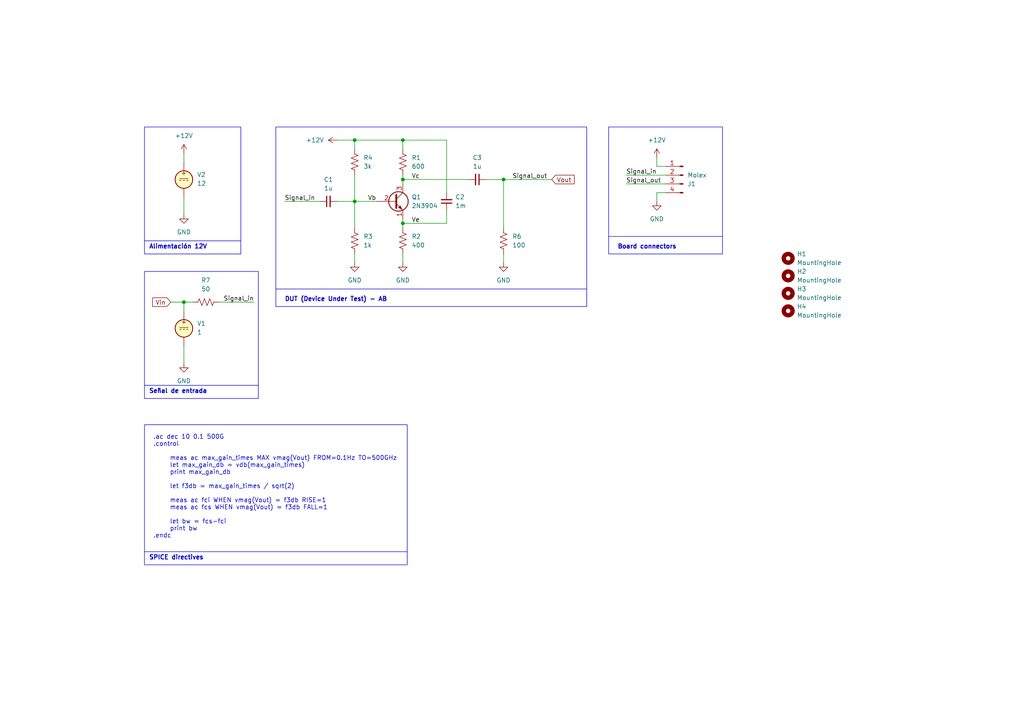
<source format=kicad_sch>
(kicad_sch (version 20230121) (generator eeschema)
  (paper "A4")
  (lib_symbols
    (symbol "Connector:Conn_01x04_Pin" (pin_names (offset 1.016) hide)
      (property "Reference" "J" (at 0 5.08 0))
      (property "Value" "Conn_01x04_Pin" (at 0 -7.62 0))
      (symbol "Conn_01x04_Pin_1_1"
        (polyline (pts (xy 1.27 -5.08) (xy 0.8636 -5.08)) (stroke (width 0.1524)))
        (polyline (pts (xy 1.27 -2.54) (xy 0.8636 -2.54)) (stroke (width 0.1524)))
        (polyline (pts (xy 1.27 0) (xy 0.8636 0)) (stroke (width 0.1524)))
        (polyline (pts (xy 1.27 2.54) (xy 0.8636 2.54)) (stroke (width 0.1524)))
        (rectangle (start 0.8636 -4.953) (end 0 -5.207) (stroke (width 0.1524)) (fill (type outline)))
        (rectangle (start 0.8636 -2.413) (end 0 -2.667) (stroke (width 0.1524)) (fill (type outline)))
        (rectangle (start 0.8636 0.127) (end 0 -0.127) (stroke (width 0.1524)) (fill (type outline)))
        (rectangle (start 0.8636 2.667) (end 0 2.413) (stroke (width 0.1524)) (fill (type outline)))
        (pin passive line (at 5.08 2.54 180) (length 3.81) (name "Pin_1") (number "1"))
        (pin passive line (at 5.08 0 180) (length 3.81) (name "Pin_2") (number "2"))
        (pin passive line (at 5.08 -2.54 180) (length 3.81) (name "Pin_3") (number "3"))
        (pin passive line (at 5.08 -5.08 180) (length 3.81) (name "Pin_4") (number "4"))
      )
    )
    (symbol "Device:C_Small" (pin_numbers hide) (pin_names (offset 0.254) hide)
      (property "Reference" "C" (at 0.254 1.778 0))
      (property "Value" "C_Small" (at 0.254 -2.032 0))
      (symbol "C_Small_0_1"
        (polyline (pts (xy -1.524 -0.508) (xy 1.524 -0.508)) (stroke (width 0.3302)))
        (polyline (pts (xy -1.524 0.508) (xy 1.524 0.508)) (stroke (width 0.3048)))
      )
      (symbol "C_Small_1_1"
        (pin passive line (at 0 2.54 270) (length 2.032) (name "~") (number "1"))
        (pin passive line (at 0 -2.54 90) (length 2.032) (name "~") (number "2"))
      )
    )
    (symbol "Device:R_US" (pin_numbers hide) (pin_names (offset 0))
      (property "Reference" "R" (at 2.54 0 90))
      (property "Value" "R_US" (at -2.54 0 90))
      (symbol "R_US_0_1"
        (polyline (pts (xy 0 -2.286) (xy 0 -2.54)))
        (polyline (pts (xy 0 2.286) (xy 0 2.54)))
        (polyline (pts (xy 0 -0.762) (xy 1.016 -1.143) (xy 0 -1.524) (xy -1.016 -1.905) (xy 0 -2.286)))
        (polyline (pts (xy 0 0.762) (xy 1.016 0.381) (xy 0 0) (xy -1.016 -0.381) (xy 0 -0.762)))
        (polyline (pts (xy 0 2.286) (xy 1.016 1.905) (xy 0 1.524) (xy -1.016 1.143) (xy 0 0.762)))
      )
      (symbol "R_US_1_1"
        (pin passive line (at 0 3.81 270) (length 1.27) (name "~") (number "1"))
        (pin passive line (at 0 -3.81 90) (length 1.27) (name "~") (number "2"))
      )
    )
    (symbol "Mechanical:MountingHole" (pin_names (offset 1.016))
      (property "Reference" "H" (at 0 5.08 0))
      (property "Value" "MountingHole" (at 0 3.175 0))
      (symbol "MountingHole_0_1"
        (circle (center 0 0) (radius 1.27) (stroke (width 1.27)))
      )
    )
    (symbol "Simulation_SPICE:VDC" (pin_numbers hide) (pin_names (offset 0.0254))
      (property "Reference" "V" (at 2.54 2.54 0))
      (property "Value" "1" (at 2.54 0 0))
      (symbol "VDC_0_0"
        (polyline (pts (xy -1.27 0.254) (xy 1.27 0.254)))
        (polyline (pts (xy -0.762 -0.254) (xy -1.27 -0.254)))
        (polyline (pts (xy 0.254 -0.254) (xy -0.254 -0.254)))
        (polyline (pts (xy 1.27 -0.254) (xy 0.762 -0.254)))
        (text "+" (at 0 1.905 0) (effects (font (size 1.27 1.27))))
      )
      (symbol "VDC_0_1"
        (circle (center 0 0) (radius 2.54) (stroke (width 0.254)) (fill (type background)))
      )
      (symbol "VDC_1_1"
        (pin passive line (at 0 5.08 270) (length 2.54) (name "~") (number "1"))
        (pin passive line (at 0 -5.08 90) (length 2.54) (name "~") (number "2"))
      )
    )
    (symbol "Transistor_BJT:2N3904" (pin_names (offset 0) hide)
      (property "Reference" "Q" (at 5.08 1.905 0))
      (property "Value" "2N3904" (at 5.08 0 0))
      (symbol "2N3904_0_1"
        (polyline (pts (xy 0.635 0.635) (xy 2.54 2.54)))
        (polyline (pts (xy 0.635 -0.635) (xy 2.54 -2.54) (xy 2.54 -2.54)))
        (polyline (pts (xy 0.635 1.905) (xy 0.635 -1.905) (xy 0.635 -1.905)) (stroke (width 0.508)))
        (polyline (pts (xy 1.27 -1.778) (xy 1.778 -1.27) (xy 2.286 -2.286) (xy 1.27 -1.778) (xy 1.27 -1.778)) (fill (type outline)))
        (circle (center 1.27 0) (radius 2.8194) (stroke (width 0.254)))
      )
      (symbol "2N3904_1_1"
        (pin passive line (at 2.54 -5.08 90) (length 2.54) (name "E") (number "1"))
        (pin passive line (at -5.08 0 0) (length 5.715) (name "B") (number "2"))
        (pin passive line (at 2.54 5.08 270) (length 2.54) (name "C") (number "3"))
      )
    )
    (symbol "power:+12V" (power) (pin_names (offset 0))
      (property "Value" "+12V" (at 0 3.556 0))
      (symbol "+12V_0_1"
        (polyline (pts (xy -0.762 1.27) (xy 0 2.54)))
        (polyline (pts (xy 0 0) (xy 0 2.54)))
        (polyline (pts (xy 0 2.54) (xy 0.762 1.27)))
      )
      (symbol "+12V_1_1"
        (pin power_in line (at 0 0 90) (length 0) hide (name "+12V") (number "1"))
      )
    )
    (symbol "power:GND" (power) (pin_names (offset 0))
      (property "Value" "GND" (at 0 -3.81 0))
      (symbol "GND_0_1"
        (polyline (pts (xy 0 0) (xy 0 -1.27) (xy 1.27 -1.27) (xy 0 -2.54) (xy -1.27 -1.27) (xy 0 -1.27)))
      )
      (symbol "GND_1_1"
        (pin power_in line (at 0 0 270) (length 0) hide (name "GND") (number "1"))
      )
    )
  )
  (junction (at 102.87 40.64))
  (junction (at 116.84 40.64))
  (junction (at 53.34 87.63))
  (junction (at 116.84 52.07))
  (junction (at 116.84 64.77))
  (junction (at 146.05 52.07))
  (junction (at 102.87 58.42))
  (wire (pts (xy 116.84 64.77) (xy 116.84 66.04)))
  (wire (pts (xy 49.53 87.63) (xy 53.34 87.63)))
  (polyline (pts (xy 80.01 83.82) (xy 170.18 83.82)))
  (wire (pts (xy 140.97 52.07) (xy 146.05 52.07)))
  (polyline (pts (xy 176.53 68.58) (xy 209.55 68.58)))
  (wire (pts (xy 116.84 76.2) (xy 116.84 73.66)))
  (wire (pts (xy 53.34 87.63) (xy 53.34 90.17)))
  (wire (pts (xy 181.61 53.34) (xy 193.04 53.34)))
  (wire (pts (xy 116.84 40.64) (xy 116.84 43.18)))
  (wire (pts (xy 116.84 52.07) (xy 116.84 53.34)))
  (wire (pts (xy 190.5 48.26) (xy 193.04 48.26)))
  (wire (pts (xy 146.05 76.2) (xy 146.05 73.66)))
  (wire (pts (xy 129.54 64.77) (xy 129.54 60.96)))
  (polyline (pts (xy 41.91 160.02) (xy 118.11 160.02)))
  (wire (pts (xy 53.34 105.41) (xy 53.34 100.33)))
  (wire (pts (xy 190.5 58.42) (xy 190.5 55.88)))
  (wire (pts (xy 102.87 76.2) (xy 102.87 73.66)))
  (wire (pts (xy 116.84 63.5) (xy 116.84 64.77)))
  (wire (pts (xy 102.87 50.8) (xy 102.87 58.42)))
  (wire (pts (xy 102.87 40.64) (xy 116.84 40.64)))
  (wire (pts (xy 53.34 87.63) (xy 55.88 87.63)))
  (wire (pts (xy 102.87 40.64) (xy 102.87 43.18)))
  (polyline (pts (xy 41.91 69.85) (xy 69.85 69.85)))
  (wire (pts (xy 53.34 62.23) (xy 53.34 57.15)))
  (wire (pts (xy 102.87 58.42) (xy 109.22 58.42)))
  (wire (pts (xy 116.84 52.07) (xy 135.89 52.07)))
  (wire (pts (xy 53.34 46.99) (xy 53.34 44.45)))
  (wire (pts (xy 190.5 55.88) (xy 193.04 55.88)))
  (polyline (pts (xy 41.91 111.76) (xy 74.93 111.76)))
  (wire (pts (xy 181.61 50.8) (xy 193.04 50.8)))
  (wire (pts (xy 116.84 50.8) (xy 116.84 52.07)))
  (wire (pts (xy 129.54 40.64) (xy 116.84 40.64)))
  (wire (pts (xy 190.5 48.26) (xy 190.5 45.72)))
  (wire (pts (xy 129.54 64.77) (xy 116.84 64.77)))
  (wire (pts (xy 146.05 52.07) (xy 146.05 66.04)))
  (wire (pts (xy 63.5 87.63) (xy 73.66 87.63)))
  (wire (pts (xy 129.54 55.88) (xy 129.54 40.64)))
  (wire (pts (xy 97.79 58.42) (xy 102.87 58.42)))
  (wire (pts (xy 82.55 58.42) (xy 92.71 58.42)))
  (wire (pts (xy 102.87 58.42) (xy 102.87 66.04)))
  (wire (pts (xy 146.05 52.07) (xy 160.02 52.07)))
  (wire (pts (xy 97.79 40.64) (xy 102.87 40.64)))
  (rectangle (start 41.91 78.74) (end 74.93 115.57))
  (rectangle (start 176.53 36.83) (end 209.55 73.66))
  (rectangle (start 41.91 36.83) (end 69.85 73.66))
  (rectangle (start 41.91 123.19) (end 118.11 163.83))
  (rectangle (start 80.01 36.83) (end 170.18 88.9))
  (text "SPICE directives" (at 43.18 162.56 0) (effects (font (size 1.27 1.27) (thickness 0.254) bold) (justify left bottom)))
  (text "Board connectors" (at 179.07 72.39 0) (effects (font (size 1.27 1.27) (thickness 0.254) bold) (justify left bottom)))
  (text "DUT (Device Under Test) - AB" (at 82.55 87.63 0) (effects (font (size 1.27 1.27) (thickness 0.254) bold) (justify left bottom)))
  (text "Alimentación 12V" (at 43.18 72.39 0) (effects (font (size 1.27 1.27) (thickness 0.254) bold) (justify left bottom)))
  (text "Señal de entrada" (at 43.18 114.3 0) (effects (font (size 1.27 1.27) (thickness 0.254) bold) (justify left bottom)))
  (text ".ac dec 10 0.1 500G\n.control\n	\n	meas ac max_gain_times MAX vmag(Vout) FROM=0.1Hz TO=500GHz\n	let max_gain_db = vdb(max_gain_times)	\n	print max_gain_db \n\n	let f3db = max_gain_times / sqrt(2)\n\n	meas ac fci WHEN vmag(Vout) = f3db RISE=1\n	meas ac fcs WHEN vmag(Vout) = f3db FALL=1\n	\n	let bw = fcs-fci\n	print bw\n.endc\n" (at 44.45 156.21 0) (effects (font (size 1.27 1.27)) (justify left bottom)))
  (label "Vb" (at 106.68 58.42 0))
  (label "Signal_in" (at 73.66 87.63 180))
  (label "Signal_out" (at 181.61 53.34 0))
  (label "Signal_in" (at 82.55 58.42 0))
  (label "Signal_in" (at 181.61 50.8 0))
  (label "Ve" (at 119.38 64.77 0))
  (label "Signal_out" (at 148.59 52.07 0))
  (label "Vc" (at 119.38 52.07 0))
  (global_label "Vin" (shape input) (at 49.53 87.63 180) (property "Intersheetrefs" "${INTERSHEET_REFS}" (effects hide)))
  (global_label "Vout" (shape input) (at 160.02 52.07 0) (property "Intersheetrefs" "${INTERSHEET_REFS}" (effects hide)))
  (symbol (lib_id "Mechanical:MountingHole") (at 228.6 80.01 0) (unit 1)
    (property "Reference" "H2" (at 231.14 78.74 0) (effects (justify left)))
    (property "Value" "MountingHole" (at 231.14 81.28 0) (effects (justify left)))
    (property "Footprint" "MountingHole:MountingHole_2.2mm_M2" (effects hide))
    (property "Sim.Enable" "0" (effects hide))
  )
  (symbol (lib_id "Simulation_SPICE:VDC") (at 53.34 52.07 0) (unit 1)
    (property "Reference" "V2" (at 57.15 50.6702 0) (effects (justify left)))
    (property "Value" "12" (at 57.15 53.2102 0) (effects (justify left)))
    (property "Sim.Pins" "1=+ 2=-" (effects hide))
    (property "Sim.Type" "DC" (effects hide))
    (property "Sim.Device" "V" (effects hide))
  )
  (symbol (lib_id "Transistor_BJT:2N3904") (at 114.3 58.42 0) (unit 1)
    (property "Reference" "Q1" (at 119.38 57.15 0) (effects (justify left)))
    (property "Value" "2N3904" (at 119.38 59.69 0) (effects (justify left)))
    (property "Footprint" "Package_TO_SOT_THT:TO-92_Inline" (effects hide))
    (property "Datasheet" "https://www.onsemi.com/pub/Collateral/2N3903-D.PDF" (effects hide))
    (property "Sim.Library" "C:\\Users\\guido\\OneDrive\\Desktop\\2N3904.lib" (effects hide))
    (property "Sim.Name" "QN3904" (effects hide))
    (property "Sim.Device" "NPN" (effects hide))
    (property "Sim.Type" "GUMMELPOON" (effects hide))
    (property "Sim.Pins" "1=E 2=B 3=C" (effects hide))
    (property "Sim.Params" "is=14000a ise=300000a" (effects hide))
  )
  (symbol (lib_id "power:GND") (at 190.5 58.42 0) (unit 1)
    (property "Reference" "#PWR08" (effects hide))
    (property "Value" "GND" (at 190.5 63.5 0))
  )
  (symbol (lib_id "Simulation_SPICE:VDC") (at 53.34 95.25 0) (unit 1)
    (property "Reference" "V1" (at 57.15 93.8502 0) (effects (justify left)))
    (property "Value" "1" (at 57.15 96.3902 0) (effects (justify left)))
    (property "Sim.Pins" "1=+ 2=-" (effects hide))
    (property "Sim.Type" "SIN" (effects hide))
    (property "Sim.Device" "V" (effects hide))
    (property "Sim.Params" "dc=0 ampl=0.01 f=1500k td=0 theta=0 phase=0 ac=0.01" (effects hide))
  )
  (symbol (lib_id "Device:C_Small") (at 138.43 52.07 270) (unit 1)
    (property "Reference" "C3" (at 138.4236 45.72 90))
    (property "Value" "1u" (at 138.4236 48.26 90))
    (property "Footprint" "Capacitor_THT:CP_Radial_D5.0mm_P2.50mm" (effects hide))
  )
  (symbol (lib_id "power:GND") (at 53.34 105.41 0) (unit 1)
    (property "Reference" "#PWR02" (effects hide))
    (property "Value" "GND" (at 53.34 110.49 0))
  )
  (symbol (lib_id "Mechanical:MountingHole") (at 228.6 90.17 0) (unit 1)
    (property "Reference" "H4" (at 231.14 88.9 0) (effects (justify left)))
    (property "Value" "MountingHole" (at 231.14 91.44 0) (effects (justify left)))
    (property "Footprint" "MountingHole:MountingHole_2.2mm_M2" (effects hide))
    (property "Sim.Enable" "0" (effects hide))
  )
  (symbol (lib_id "power:GND") (at 53.34 62.23 0) (unit 1)
    (property "Reference" "#PWR01" (effects hide))
    (property "Value" "GND" (at 53.34 67.31 0))
  )
  (symbol (lib_id "Device:R_US") (at 116.84 46.99 0) (unit 1)
    (property "Reference" "R1" (at 119.38 45.72 0) (effects (justify left)))
    (property "Value" "600" (at 119.38 48.26 0) (effects (justify left)))
    (property "Footprint" "Resistor_THT:R_Axial_DIN0207_L6.3mm_D2.5mm_P7.62mm_Horizontal" (effects hide))
  )
  (symbol (lib_id "Mechanical:MountingHole") (at 228.6 85.09 0) (unit 1)
    (property "Reference" "H3" (at 231.14 83.82 0) (effects (justify left)))
    (property "Value" "MountingHole" (at 231.14 86.36 0) (effects (justify left)))
    (property "Footprint" "MountingHole:MountingHole_2.2mm_M2" (effects hide))
    (property "Sim.Enable" "0" (effects hide))
  )
  (symbol (lib_id "power:+12V") (at 97.79 40.64 90) (unit 1)
    (property "Reference" "#PWR09" (effects hide))
    (property "Value" "+12V" (at 93.98 40.64 90) (effects (justify left)))
  )
  (symbol (lib_id "power:+12V") (at 190.5 45.72 0) (unit 1)
    (property "Reference" "#PWR07" (effects hide))
    (property "Value" "+12V" (at 190.5 40.64 0))
  )
  (symbol (lib_id "Mechanical:MountingHole") (at 228.6 74.93 0) (unit 1)
    (property "Reference" "H1" (at 231.14 73.66 0) (effects (justify left)))
    (property "Value" "MountingHole" (at 231.14 76.2 0) (effects (justify left)))
    (property "Footprint" "MountingHole:MountingHole_2.2mm_M2" (effects hide))
    (property "Sim.Enable" "0" (effects hide))
  )
  (symbol (lib_id "Device:R_US") (at 116.84 69.85 0) (unit 1)
    (property "Reference" "R2" (at 119.38 68.58 0) (effects (justify left)))
    (property "Value" "400" (at 119.38 71.12 0) (effects (justify left)))
    (property "Footprint" "Resistor_THT:R_Axial_DIN0207_L6.3mm_D2.5mm_P7.62mm_Horizontal" (effects hide))
  )
  (symbol (lib_id "power:GND") (at 102.87 76.2 0) (unit 1)
    (property "Reference" "#PWR03" (effects hide))
    (property "Value" "GND" (at 102.87 81.28 0))
  )
  (symbol (lib_id "power:+12V") (at 53.34 44.45 0) (unit 1)
    (property "Reference" "#PWR06" (effects hide))
    (property "Value" "+12V" (at 53.34 39.37 0))
  )
  (symbol (lib_id "Device:C_Small") (at 129.54 58.42 180) (unit 1)
    (property "Reference" "C2" (at 132.08 57.1436 0) (effects (justify right)))
    (property "Value" "1m" (at 132.08 59.6836 0) (effects (justify right)))
    (property "Footprint" "Capacitor_THT:CP_Radial_D5.0mm_P2.50mm" (effects hide))
  )
  (symbol (lib_id "power:GND") (at 116.84 76.2 0) (unit 1)
    (property "Reference" "#PWR04" (effects hide))
    (property "Value" "GND" (at 116.84 81.28 0))
  )
  (symbol (lib_id "Device:R_US") (at 102.87 46.99 0) (unit 1)
    (property "Reference" "R4" (at 105.41 45.72 0) (effects (justify left)))
    (property "Value" "3k" (at 105.41 48.26 0) (effects (justify left)))
    (property "Footprint" "Resistor_THT:R_Axial_DIN0207_L6.3mm_D2.5mm_P7.62mm_Horizontal" (effects hide))
  )
  (symbol (lib_id "Device:R_US") (at 102.87 69.85 0) (unit 1)
    (property "Reference" "R3" (at 105.41 68.58 0) (effects (justify left)))
    (property "Value" "1k" (at 105.41 71.12 0) (effects (justify left)))
    (property "Footprint" "Resistor_THT:R_Axial_DIN0207_L6.3mm_D2.5mm_P7.62mm_Horizontal" (effects hide))
  )
  (symbol (lib_id "power:GND") (at 146.05 76.2 0) (unit 1)
    (property "Reference" "#PWR05" (effects hide))
    (property "Value" "GND" (at 146.05 81.28 0))
  )
  (symbol (lib_id "Device:C_Small") (at 95.25 58.42 90) (unit 1)
    (property "Reference" "C1" (at 95.2563 52.07 90))
    (property "Value" "1u" (at 95.2563 54.61 90))
    (property "Footprint" "Capacitor_THT:CP_Radial_D5.0mm_P2.50mm" (effects hide))
  )
  (symbol (lib_id "Device:R_US") (at 146.05 69.85 0) (unit 1)
    (property "Reference" "R6" (at 148.59 68.58 0) (effects (justify left)))
    (property "Value" "100" (at 148.59 71.12 0) (effects (justify left)))
    (property "Footprint" "Resistor_THT:R_Axial_DIN0207_L6.3mm_D2.5mm_P7.62mm_Horizontal" (effects hide))
  )
  (symbol (lib_id "Device:R_US") (at 59.69 87.63 90) (unit 1)
    (property "Reference" "R7" (at 59.69 81.28 90))
    (property "Value" "50" (at 59.69 83.82 90))
  )
  (symbol (lib_id "Connector:Conn_01x04_Pin") (at 198.12 50.8 0) (mirror y) (unit 1)
    (property "Reference" "J1" (at 199.39 53.34 0) (effects (justify right)))
    (property "Value" "Molex" (at 199.39 50.8 0) (effects (justify right)))
    (property "Footprint" "Connector:FanPinHeader_1x04_P2.54mm_Vertical" (effects hide))
  )
)
</source>
